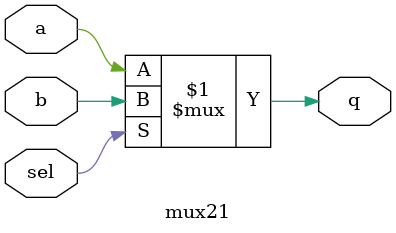
<source format=v>
`timescale 1ns / 1ps
module mux21(
   output q,  
   input sel, 
	input a,
    input b
    );

	assign q = sel ? b:a;
endmodule

</source>
